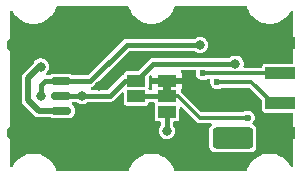
<source format=gbr>
%TF.GenerationSoftware,KiCad,Pcbnew,9.0.1+1*%
%TF.CreationDate,2025-10-15T17:07:22+00:00*%
%TF.ProjectId,TFI2CADC01,54464932-4341-4444-9330-312e6b696361,rev?*%
%TF.SameCoordinates,PX81b3200PY6b49d20*%
%TF.FileFunction,Copper,L2,Bot*%
%TF.FilePolarity,Positive*%
%FSLAX46Y46*%
G04 Gerber Fmt 4.6, Leading zero omitted, Abs format (unit mm)*
G04 Created by KiCad (PCBNEW 9.0.1+1) date 2025-10-15 17:07:22*
%MOMM*%
%LPD*%
G01*
G04 APERTURE LIST*
G04 Aperture macros list*
%AMRoundRect*
0 Rectangle with rounded corners*
0 $1 Rounding radius*
0 $2 $3 $4 $5 $6 $7 $8 $9 X,Y pos of 4 corners*
0 Add a 4 corners polygon primitive as box body*
4,1,4,$2,$3,$4,$5,$6,$7,$8,$9,$2,$3,0*
0 Add four circle primitives for the rounded corners*
1,1,$1+$1,$2,$3*
1,1,$1+$1,$4,$5*
1,1,$1+$1,$6,$7*
1,1,$1+$1,$8,$9*
0 Add four rect primitives between the rounded corners*
20,1,$1+$1,$2,$3,$4,$5,0*
20,1,$1+$1,$4,$5,$6,$7,0*
20,1,$1+$1,$6,$7,$8,$9,0*
20,1,$1+$1,$8,$9,$2,$3,0*%
G04 Aperture macros list end*
%TA.AperFunction,EtchedComponent*%
%ADD10C,0.000000*%
%TD*%
%TA.AperFunction,SMDPad,CuDef*%
%ADD11R,2.510000X1.000000*%
%TD*%
%TA.AperFunction,SMDPad,CuDef*%
%ADD12R,1.500000X1.000000*%
%TD*%
%TA.AperFunction,SMDPad,CuDef*%
%ADD13RoundRect,0.250000X-1.450000X-0.650000X1.450000X-0.650000X1.450000X0.650000X-1.450000X0.650000X0*%
%TD*%
%TA.AperFunction,SMDPad,CuDef*%
%ADD14RoundRect,0.150000X0.700000X-0.150000X0.700000X0.150000X-0.700000X0.150000X-0.700000X-0.150000X0*%
%TD*%
%TA.AperFunction,SMDPad,CuDef*%
%ADD15RoundRect,0.250000X1.100000X-0.250000X1.100000X0.250000X-1.100000X0.250000X-1.100000X-0.250000X0*%
%TD*%
%TA.AperFunction,ViaPad*%
%ADD16C,0.600000*%
%TD*%
%TA.AperFunction,ViaPad*%
%ADD17C,0.800000*%
%TD*%
%TA.AperFunction,Conductor*%
%ADD18C,0.400000*%
%TD*%
%TA.AperFunction,Conductor*%
%ADD19C,0.500000*%
%TD*%
%TA.AperFunction,Conductor*%
%ADD20C,0.300000*%
%TD*%
G04 APERTURE END LIST*
D10*
%TA.AperFunction,EtchedComponent*%
%TO.C,JP1*%
G36*
X14100000Y7260000D02*
G01*
X13500000Y7260000D01*
X13500000Y7760000D01*
X14100000Y7760000D01*
X14100000Y7260000D01*
G37*
%TD.AperFunction*%
%TD*%
D11*
%TO.P,J1,2*%
%TO.N,GND*%
X23400000Y11350000D03*
%TO.P,J1,4*%
%TO.N,/AIN2*%
X23400000Y8810000D03*
%TO.P,J1,6*%
%TO.N,/AIN3*%
X23400000Y6270000D03*
%TO.P,J1,8*%
%TO.N,GND*%
X23400000Y3730000D03*
%TD*%
D12*
%TO.P,JP2,1,A*%
%TO.N,/ADDR*%
X11200000Y6860000D03*
%TO.P,JP2,2,B*%
%TO.N,/SCL*%
X11200000Y8160000D03*
%TD*%
D13*
%TO.P,T1,1,1*%
%TO.N,/ALERT{slash}RDY*%
X19380000Y3310000D03*
%TD*%
D14*
%TO.P,J3,1*%
%TO.N,+5V*%
X4825000Y5625000D03*
%TO.P,J3,2*%
%TO.N,/SCL*%
X4825000Y6875000D03*
%TO.P,J3,3*%
%TO.N,/SDA*%
X4825000Y8125000D03*
%TO.P,J3,4*%
%TO.N,GND*%
X4825000Y9375000D03*
D15*
%TO.P,J3,MP*%
X1625000Y3775000D03*
X1625000Y11225000D03*
%TD*%
D12*
%TO.P,JP1,1,A*%
%TO.N,GND*%
X13800000Y8160000D03*
%TO.P,JP1,2,C*%
%TO.N,/ADDR*%
X13800000Y6860000D03*
%TO.P,JP1,3,B*%
%TO.N,+3V3*%
X13800000Y5560000D03*
%TD*%
D16*
%TO.N,GND*%
X23880000Y10090000D03*
D17*
X1550000Y5150000D03*
X4450000Y13300000D03*
X8050000Y7700000D03*
X18600000Y13900000D03*
X4400000Y1950000D03*
X11557000Y10236200D03*
X1400000Y9800000D03*
D16*
X21050000Y12710000D03*
D17*
X15650000Y3850000D03*
D16*
X22500000Y5060000D03*
D17*
X16200000Y13900000D03*
X12600000Y12450000D03*
D16*
X21070000Y10090000D03*
X10050000Y5900000D03*
D17*
X14800000Y12450000D03*
D16*
X22520000Y2500000D03*
D17*
%TO.N,+3V3*%
X13790000Y3920000D03*
%TO.N,+5V*%
X3125000Y9375000D03*
D16*
%TO.N,/AIN3*%
X18059400Y8051800D03*
%TO.N,/AIN2*%
X16860000Y8810000D03*
D17*
%TO.N,/ALERT{slash}RDY*%
X19380000Y3310000D03*
%TO.N,/SDA*%
X3175000Y6875000D03*
X16592400Y11207600D03*
%TO.N,/SCL*%
X6640000Y6900000D03*
X19600000Y9610000D03*
D16*
%TO.N,/ADDR*%
X20630000Y5050000D03*
%TD*%
D18*
%TO.N,GND*%
X1620000Y11220000D02*
X1625000Y11225000D01*
X1620000Y3780000D02*
X1625000Y3775000D01*
%TO.N,+3V3*%
X13790000Y3920000D02*
X13790000Y5550000D01*
X13790000Y5550000D02*
X13800000Y5560000D01*
D19*
%TO.N,+5V*%
X2975000Y5625000D02*
X4825000Y5625000D01*
X3075000Y9425000D02*
X2075000Y8425000D01*
X3125000Y9375000D02*
X3075000Y9425000D01*
X2075000Y8425000D02*
X2075000Y6525000D01*
X2075000Y6525000D02*
X2975000Y5625000D01*
D20*
%TO.N,/AIN3*%
X22736800Y6270000D02*
X20955000Y8051800D01*
X23400000Y6270000D02*
X22736800Y6270000D01*
X20955000Y8051800D02*
X18059400Y8051800D01*
%TO.N,/AIN2*%
X16860000Y8810000D02*
X23400000Y8810000D01*
D18*
%TO.N,/SDA*%
X3505000Y8125000D02*
X4825000Y8125000D01*
X3175000Y6875000D02*
X3175000Y7795000D01*
X10401800Y11226800D02*
X16573200Y11226800D01*
X7300000Y8125000D02*
X10401800Y11226800D01*
X3175000Y7795000D02*
X3505000Y8125000D01*
X4825000Y8125000D02*
X7300000Y8125000D01*
X16573200Y11226800D02*
X16592400Y11207600D01*
%TO.N,/SCL*%
X6325000Y6875000D02*
X4825000Y6875000D01*
X11165000Y8125000D02*
X11200000Y8160000D01*
X6640000Y6900000D02*
X8957400Y6900000D01*
X8957400Y6900000D02*
X10217400Y8160000D01*
X12650000Y9610000D02*
X19600000Y9610000D01*
X11200000Y8160000D02*
X12650000Y9610000D01*
X10217400Y8160000D02*
X11200000Y8160000D01*
D20*
%TO.N,/ADDR*%
X13800000Y6860000D02*
X14750000Y6860000D01*
X14750000Y6860000D02*
X16560000Y5050000D01*
X16560000Y5050000D02*
X20630000Y5050000D01*
D18*
X11200000Y6860000D02*
X13800000Y6860000D01*
%TD*%
%TA.AperFunction,Conductor*%
%TO.N,GND*%
G36*
X10535699Y14479815D02*
G01*
X10581454Y14427011D01*
X10588062Y14408955D01*
X10610603Y14328504D01*
X10719634Y14077491D01*
X10719633Y14077491D01*
X10861829Y13843659D01*
X11034542Y13631366D01*
X11234560Y13444561D01*
X11458135Y13286745D01*
X11458141Y13286741D01*
X11458143Y13286740D01*
X11701136Y13160831D01*
X11701139Y13160830D01*
X11959004Y13069184D01*
X11959020Y13069179D01*
X12149255Y13029649D01*
X12226960Y13013502D01*
X12226961Y13013501D01*
X12244441Y13012306D01*
X12500000Y12994825D01*
X12773038Y13013501D01*
X12893620Y13038559D01*
X13040979Y13069179D01*
X13040985Y13069182D01*
X13040990Y13069182D01*
X13298864Y13160831D01*
X13541857Y13286740D01*
X13765442Y13444563D01*
X13965454Y13631362D01*
X14138168Y13843655D01*
X14280365Y14077489D01*
X14286226Y14090981D01*
X14389396Y14328504D01*
X14389398Y14328508D01*
X14411938Y14408956D01*
X14448980Y14468197D01*
X14512170Y14498009D01*
X14531340Y14499500D01*
X20468660Y14499500D01*
X20535699Y14479815D01*
X20581454Y14427011D01*
X20588062Y14408955D01*
X20610603Y14328504D01*
X20719634Y14077491D01*
X20719633Y14077491D01*
X20861829Y13843659D01*
X21034542Y13631366D01*
X21234560Y13444561D01*
X21458135Y13286745D01*
X21458141Y13286741D01*
X21458143Y13286740D01*
X21701136Y13160831D01*
X21701139Y13160830D01*
X21959004Y13069184D01*
X21959020Y13069179D01*
X22149255Y13029649D01*
X22226960Y13013502D01*
X22226961Y13013501D01*
X22244441Y13012306D01*
X22500000Y12994825D01*
X22773038Y13013501D01*
X22893620Y13038559D01*
X23040979Y13069179D01*
X23040985Y13069182D01*
X23040990Y13069182D01*
X23298864Y13160831D01*
X23541857Y13286740D01*
X23765442Y13444563D01*
X23965454Y13631362D01*
X24138168Y13843655D01*
X24269552Y14059709D01*
X24321203Y14106760D01*
X24390093Y14118418D01*
X24454350Y14090981D01*
X24493573Y14033159D01*
X24499500Y13995280D01*
X24499500Y9734500D01*
X24479815Y9667461D01*
X24427011Y9621706D01*
X24375500Y9610500D01*
X22100143Y9610500D01*
X22100117Y9610498D01*
X22075012Y9607587D01*
X22075008Y9607585D01*
X21972235Y9562207D01*
X21892794Y9482766D01*
X21847415Y9379994D01*
X21847415Y9379992D01*
X21846280Y9370208D01*
X21818999Y9305884D01*
X21761273Y9266520D01*
X21723106Y9260500D01*
X20395798Y9260500D01*
X20328759Y9280185D01*
X20283004Y9332989D01*
X20273060Y9402147D01*
X20274181Y9408692D01*
X20300500Y9541005D01*
X20300500Y9678996D01*
X20273581Y9814323D01*
X20273580Y9814324D01*
X20273580Y9814328D01*
X20270590Y9821546D01*
X20220778Y9941805D01*
X20220771Y9941818D01*
X20144114Y10056542D01*
X20144111Y10056546D01*
X20046545Y10154112D01*
X20046541Y10154115D01*
X19931817Y10230772D01*
X19931804Y10230779D01*
X19804332Y10283579D01*
X19804322Y10283582D01*
X19668995Y10310500D01*
X19668993Y10310500D01*
X19531007Y10310500D01*
X19531005Y10310500D01*
X19395677Y10283582D01*
X19395667Y10283579D01*
X19268195Y10230779D01*
X19268182Y10230772D01*
X19153458Y10154115D01*
X19153454Y10154112D01*
X19146162Y10146819D01*
X19084839Y10113334D01*
X19058481Y10110500D01*
X12584108Y10110500D01*
X12456812Y10076392D01*
X12342686Y10010500D01*
X12342683Y10010498D01*
X11329003Y8996819D01*
X11267680Y8963334D01*
X11241322Y8960500D01*
X10405143Y8960500D01*
X10405117Y8960498D01*
X10380012Y8957587D01*
X10380008Y8957585D01*
X10277235Y8912207D01*
X10197794Y8832766D01*
X10152414Y8729990D01*
X10150804Y8724072D01*
X10114209Y8664552D01*
X10063250Y8636853D01*
X10024216Y8626393D01*
X10024214Y8626393D01*
X9910086Y8560500D01*
X9910083Y8560498D01*
X8786405Y7436819D01*
X8725082Y7403334D01*
X8698724Y7400500D01*
X7471786Y7400500D01*
X7404747Y7420185D01*
X7358992Y7472989D01*
X7349048Y7542147D01*
X7378073Y7605703D01*
X7436851Y7643477D01*
X7439671Y7644270D01*
X7493186Y7658608D01*
X7607314Y7724500D01*
X10572795Y10689981D01*
X10634118Y10723466D01*
X10660476Y10726300D01*
X16031681Y10726300D01*
X16098720Y10706615D01*
X16119362Y10689981D01*
X16145854Y10663489D01*
X16145858Y10663486D01*
X16260582Y10586829D01*
X16260595Y10586822D01*
X16388067Y10534022D01*
X16388072Y10534020D01*
X16388076Y10534020D01*
X16388077Y10534019D01*
X16523404Y10507100D01*
X16523407Y10507100D01*
X16661395Y10507100D01*
X16752441Y10525211D01*
X16796728Y10534020D01*
X16924211Y10586825D01*
X17038942Y10663486D01*
X17136514Y10761058D01*
X17213175Y10875789D01*
X17265980Y11003272D01*
X17292900Y11138607D01*
X17292900Y11276593D01*
X17292900Y11276596D01*
X17265981Y11411923D01*
X17265980Y11411924D01*
X17265980Y11411928D01*
X17265978Y11411933D01*
X17213178Y11539405D01*
X17213171Y11539418D01*
X17136514Y11654142D01*
X17136511Y11654146D01*
X17038945Y11751712D01*
X17038941Y11751715D01*
X16924217Y11828372D01*
X16924204Y11828379D01*
X16796732Y11881179D01*
X16796722Y11881182D01*
X16661395Y11908100D01*
X16661393Y11908100D01*
X16523407Y11908100D01*
X16523405Y11908100D01*
X16388077Y11881182D01*
X16388067Y11881179D01*
X16260595Y11828379D01*
X16260582Y11828372D01*
X16140793Y11748330D01*
X16139220Y11750685D01*
X16086037Y11728127D01*
X16071741Y11727300D01*
X10335908Y11727300D01*
X10208612Y11693192D01*
X10094486Y11627300D01*
X10094483Y11627298D01*
X7129005Y8661819D01*
X7067682Y8628334D01*
X7041324Y8625500D01*
X5849540Y8625500D01*
X5782501Y8645185D01*
X5775907Y8649730D01*
X5737886Y8677791D01*
X5737880Y8677794D01*
X5609700Y8722647D01*
X5579270Y8725500D01*
X5579266Y8725500D01*
X4070734Y8725500D01*
X4070730Y8725500D01*
X4040300Y8722647D01*
X4040298Y8722647D01*
X3912119Y8677794D01*
X3912113Y8677791D01*
X3874093Y8649730D01*
X3853680Y8642275D01*
X3835395Y8630523D01*
X3812490Y8627230D01*
X3808464Y8625759D01*
X3800460Y8625500D01*
X3665519Y8625500D01*
X3598480Y8645185D01*
X3552725Y8697989D01*
X3542781Y8767147D01*
X3571806Y8830703D01*
X3577838Y8837181D01*
X3669111Y8928455D01*
X3669114Y8928458D01*
X3745775Y9043189D01*
X3798580Y9170672D01*
X3816448Y9260500D01*
X3825500Y9306005D01*
X3825500Y9443996D01*
X3798581Y9579323D01*
X3798580Y9579324D01*
X3798580Y9579328D01*
X3781027Y9621706D01*
X3745778Y9706805D01*
X3745771Y9706818D01*
X3669114Y9821542D01*
X3669111Y9821546D01*
X3571545Y9919112D01*
X3571541Y9919115D01*
X3456817Y9995772D01*
X3456804Y9995779D01*
X3329332Y10048579D01*
X3329322Y10048582D01*
X3193995Y10075500D01*
X3193993Y10075500D01*
X3056007Y10075500D01*
X3056005Y10075500D01*
X2920677Y10048582D01*
X2920667Y10048579D01*
X2793195Y9995779D01*
X2793182Y9995772D01*
X2678458Y9919115D01*
X2678454Y9919112D01*
X2580888Y9821546D01*
X2580882Y9821538D01*
X2504226Y9706814D01*
X2504225Y9706813D01*
X2461293Y9603167D01*
X2434413Y9562940D01*
X1634491Y8763017D01*
X1634489Y8763014D01*
X1575305Y8660502D01*
X1575304Y8660503D01*
X1562017Y8637487D01*
X1562016Y8637485D01*
X1524500Y8497475D01*
X1524500Y6597474D01*
X1524500Y6452526D01*
X1562016Y6312515D01*
X1634490Y6186985D01*
X2636985Y5184490D01*
X2732999Y5129057D01*
X2762515Y5112016D01*
X2902525Y5074500D01*
X3884496Y5074500D01*
X3925451Y5067541D01*
X4040298Y5027355D01*
X4040300Y5027354D01*
X4070730Y5024500D01*
X4070734Y5024500D01*
X5579270Y5024500D01*
X5609699Y5027354D01*
X5609701Y5027354D01*
X5673790Y5049781D01*
X5737882Y5072207D01*
X5847150Y5152850D01*
X5927793Y5262118D01*
X5956970Y5345501D01*
X5972646Y5390299D01*
X5972646Y5390301D01*
X5975500Y5420731D01*
X5975500Y5829270D01*
X5972646Y5859700D01*
X5972646Y5859702D01*
X5927793Y5987881D01*
X5927792Y5987883D01*
X5847150Y6097150D01*
X5802363Y6130204D01*
X5775228Y6150231D01*
X5758708Y6171989D01*
X5739551Y6191460D01*
X5737889Y6199410D01*
X5732977Y6205879D01*
X5730842Y6233118D01*
X5725254Y6259852D01*
X5728153Y6267438D01*
X5727519Y6275535D01*
X5740448Y6299600D01*
X5750202Y6325116D01*
X5758591Y6333371D01*
X5760587Y6337084D01*
X5775349Y6349860D01*
X5776039Y6350369D01*
X5841699Y6374252D01*
X5849540Y6374500D01*
X6127985Y6374500D01*
X6195024Y6354815D01*
X6196876Y6353602D01*
X6308182Y6279229D01*
X6308195Y6279222D01*
X6435667Y6226422D01*
X6435672Y6226420D01*
X6435676Y6226420D01*
X6435677Y6226419D01*
X6571004Y6199500D01*
X6571007Y6199500D01*
X6708995Y6199500D01*
X6800041Y6217611D01*
X6844328Y6226420D01*
X6971811Y6279225D01*
X7086542Y6355886D01*
X7090156Y6359500D01*
X7093838Y6363181D01*
X7155161Y6396666D01*
X7181519Y6399500D01*
X9023290Y6399500D01*
X9023292Y6399500D01*
X9150586Y6433608D01*
X9264714Y6499500D01*
X9937821Y7172609D01*
X9999142Y7206092D01*
X10068833Y7201108D01*
X10124767Y7159237D01*
X10149184Y7093772D01*
X10149500Y7084926D01*
X10149500Y6315144D01*
X10149502Y6315118D01*
X10152413Y6290013D01*
X10152415Y6290009D01*
X10197793Y6187236D01*
X10197794Y6187235D01*
X10277235Y6107794D01*
X10380009Y6062415D01*
X10405135Y6059500D01*
X11994864Y6059501D01*
X11994879Y6059503D01*
X11994882Y6059503D01*
X12019987Y6062414D01*
X12019988Y6062415D01*
X12019991Y6062415D01*
X12122765Y6107794D01*
X12202206Y6187235D01*
X12231785Y6254225D01*
X12245633Y6285587D01*
X12290719Y6338963D01*
X12357505Y6359490D01*
X12359067Y6359500D01*
X12640934Y6359500D01*
X12658775Y6354261D01*
X12677369Y6354026D01*
X12691604Y6344622D01*
X12707973Y6339815D01*
X12720148Y6325765D01*
X12735665Y6315513D01*
X12752829Y6288048D01*
X12753728Y6287011D01*
X12754338Y6285653D01*
X12757175Y6279229D01*
X12765628Y6260084D01*
X12774697Y6190805D01*
X12765628Y6159917D01*
X12752415Y6129992D01*
X12749500Y6104869D01*
X12749500Y5015144D01*
X12749502Y5015118D01*
X12752413Y4990013D01*
X12752415Y4990009D01*
X12797793Y4887236D01*
X12797794Y4887235D01*
X12877235Y4807794D01*
X12980009Y4762415D01*
X13005135Y4759500D01*
X13165500Y4759501D01*
X13174185Y4756951D01*
X13183147Y4758239D01*
X13207184Y4747262D01*
X13232539Y4739817D01*
X13238467Y4732975D01*
X13246703Y4729214D01*
X13260989Y4706983D01*
X13278294Y4687013D01*
X13280581Y4676498D01*
X13284477Y4670436D01*
X13289500Y4635501D01*
X13289500Y4461519D01*
X13269815Y4394480D01*
X13253181Y4373838D01*
X13245888Y4366546D01*
X13245885Y4366542D01*
X13169228Y4251818D01*
X13169221Y4251805D01*
X13116421Y4124333D01*
X13116418Y4124323D01*
X13089500Y3988996D01*
X13089500Y3988993D01*
X13089500Y3851007D01*
X13089500Y3851005D01*
X13089499Y3851005D01*
X13116418Y3715678D01*
X13116421Y3715668D01*
X13169221Y3588196D01*
X13169228Y3588183D01*
X13245885Y3473459D01*
X13245888Y3473455D01*
X13343454Y3375889D01*
X13343458Y3375886D01*
X13458182Y3299229D01*
X13458195Y3299222D01*
X13585667Y3246422D01*
X13585672Y3246420D01*
X13585676Y3246420D01*
X13585677Y3246419D01*
X13721004Y3219500D01*
X13721007Y3219500D01*
X13858995Y3219500D01*
X13950041Y3237611D01*
X13994328Y3246420D01*
X14121811Y3299225D01*
X14236542Y3375886D01*
X14334114Y3473458D01*
X14410775Y3588189D01*
X14463580Y3715672D01*
X14490500Y3851007D01*
X14490500Y3988993D01*
X14490500Y3988996D01*
X14463581Y4124323D01*
X14463580Y4124324D01*
X14463580Y4124328D01*
X14463578Y4124333D01*
X14410778Y4251805D01*
X14410771Y4251818D01*
X14334114Y4366542D01*
X14334111Y4366546D01*
X14326819Y4373838D01*
X14312115Y4400766D01*
X14295523Y4426584D01*
X14294631Y4432785D01*
X14293334Y4435161D01*
X14290500Y4461519D01*
X14290500Y4635501D01*
X14310185Y4702540D01*
X14362989Y4748295D01*
X14414500Y4759501D01*
X14594856Y4759501D01*
X14594864Y4759501D01*
X14594879Y4759503D01*
X14594882Y4759503D01*
X14619987Y4762414D01*
X14619988Y4762415D01*
X14619991Y4762415D01*
X14722765Y4807794D01*
X14802206Y4887235D01*
X14847585Y4990009D01*
X14850500Y5015135D01*
X14850499Y5823037D01*
X14870183Y5890075D01*
X14922987Y5935830D01*
X14992146Y5945774D01*
X15055702Y5916749D01*
X15062180Y5910717D01*
X16283387Y4689510D01*
X16283389Y4689509D01*
X16283393Y4689506D01*
X16316424Y4670436D01*
X16386114Y4630201D01*
X16500691Y4599500D01*
X17493503Y4599500D01*
X17560542Y4579815D01*
X17606297Y4527011D01*
X17616241Y4457853D01*
X17587216Y4394297D01*
X17568428Y4376696D01*
X17537077Y4352923D01*
X17445639Y4232344D01*
X17390122Y4091562D01*
X17384188Y4042147D01*
X17379500Y4003102D01*
X17379500Y2616898D01*
X17385126Y2570046D01*
X17390122Y2528439D01*
X17445639Y2387657D01*
X17537077Y2267078D01*
X17657656Y2175640D01*
X17657657Y2175640D01*
X17657658Y2175639D01*
X17798436Y2120123D01*
X17886898Y2109500D01*
X17886903Y2109500D01*
X20873097Y2109500D01*
X20873102Y2109500D01*
X20961564Y2120123D01*
X21102342Y2175639D01*
X21222922Y2267078D01*
X21314361Y2387658D01*
X21369877Y2528436D01*
X21380500Y2616898D01*
X21380500Y4003102D01*
X21369877Y4091564D01*
X21314361Y4232342D01*
X21314360Y4232343D01*
X21314360Y4232344D01*
X21222922Y4352923D01*
X21102337Y4444365D01*
X21098448Y4446552D01*
X21095593Y4449480D01*
X21095584Y4449486D01*
X21095585Y4449488D01*
X21049664Y4496570D01*
X21035666Y4565024D01*
X21060899Y4630178D01*
X21071542Y4642307D01*
X21110520Y4681284D01*
X21189577Y4818216D01*
X21230500Y4970943D01*
X21230500Y5129057D01*
X21189577Y5281784D01*
X21189573Y5281791D01*
X21110524Y5418710D01*
X21110518Y5418718D01*
X20998717Y5530519D01*
X20998709Y5530525D01*
X20861790Y5609574D01*
X20861786Y5609576D01*
X20861784Y5609577D01*
X20709057Y5650500D01*
X20550943Y5650500D01*
X20398216Y5609577D01*
X20398209Y5609574D01*
X20261290Y5530525D01*
X20255557Y5526125D01*
X20190388Y5500930D01*
X20180069Y5500500D01*
X16797965Y5500500D01*
X16730926Y5520185D01*
X16710284Y5536819D01*
X15026616Y7220487D01*
X15026610Y7220492D01*
X15021188Y7223622D01*
X14972974Y7274191D01*
X14959754Y7342799D01*
X14983927Y7405321D01*
X14993354Y7417914D01*
X15043596Y7552621D01*
X15043598Y7552628D01*
X15049999Y7612156D01*
X15050000Y7612173D01*
X15050000Y7910000D01*
X12550000Y7910000D01*
X12550000Y7612156D01*
X12556401Y7552628D01*
X12556403Y7552618D01*
X12565648Y7527832D01*
X12567836Y7497226D01*
X12572204Y7466853D01*
X12570306Y7462698D01*
X12570632Y7458141D01*
X12555928Y7431214D01*
X12543179Y7403297D01*
X12539334Y7400827D01*
X12537146Y7396818D01*
X12510219Y7382116D01*
X12484401Y7365523D01*
X12478198Y7364632D01*
X12475823Y7363334D01*
X12449466Y7360500D01*
X12359066Y7360500D01*
X12292027Y7380185D01*
X12246272Y7432989D01*
X12245663Y7434342D01*
X12234371Y7459916D01*
X12225301Y7529194D01*
X12234374Y7560088D01*
X12247584Y7590005D01*
X12247584Y7590006D01*
X12247584Y7590007D01*
X12247585Y7590009D01*
X12250500Y7615135D01*
X12250499Y8451326D01*
X12259145Y8480772D01*
X12265667Y8510752D01*
X12269419Y8515766D01*
X12270183Y8518364D01*
X12286813Y8539001D01*
X12338321Y8590509D01*
X12399642Y8623992D01*
X12469334Y8619008D01*
X12525267Y8577136D01*
X12549684Y8511672D01*
X12550000Y8502826D01*
X12550000Y8410000D01*
X15050000Y8410000D01*
X15050000Y8707828D01*
X15049999Y8707845D01*
X15043598Y8767373D01*
X15043596Y8767380D01*
X14993354Y8902087D01*
X14993353Y8902089D01*
X14986540Y8911190D01*
X14962124Y8976655D01*
X14976976Y9044928D01*
X15026382Y9094333D01*
X15085808Y9109500D01*
X16156968Y9109500D01*
X16224007Y9089815D01*
X16269762Y9037011D01*
X16279706Y8967853D01*
X16276745Y8953419D01*
X16259500Y8889057D01*
X16259500Y8730943D01*
X16288158Y8623992D01*
X16300423Y8578217D01*
X16300426Y8578210D01*
X16379475Y8441291D01*
X16379479Y8441286D01*
X16379480Y8441284D01*
X16491284Y8329480D01*
X16491286Y8329479D01*
X16491290Y8329476D01*
X16564843Y8287011D01*
X16628216Y8250423D01*
X16780943Y8209500D01*
X16780945Y8209500D01*
X16939055Y8209500D01*
X16939057Y8209500D01*
X17091784Y8250423D01*
X17228716Y8329480D01*
X17228721Y8329486D01*
X17234443Y8333875D01*
X17255765Y8342119D01*
X17274996Y8354477D01*
X17295272Y8357393D01*
X17299612Y8359070D01*
X17309931Y8359500D01*
X17358565Y8359500D01*
X17425604Y8339815D01*
X17471359Y8287011D01*
X17481303Y8217853D01*
X17478341Y8203413D01*
X17458900Y8130857D01*
X17458900Y7972743D01*
X17488871Y7860892D01*
X17499823Y7820017D01*
X17499826Y7820010D01*
X17578875Y7683091D01*
X17578879Y7683086D01*
X17578880Y7683084D01*
X17690684Y7571280D01*
X17690686Y7571279D01*
X17690690Y7571276D01*
X17771710Y7524500D01*
X17827616Y7492223D01*
X17980343Y7451300D01*
X17980345Y7451300D01*
X18138455Y7451300D01*
X18138457Y7451300D01*
X18291184Y7492223D01*
X18428116Y7571280D01*
X18428121Y7571286D01*
X18433843Y7575675D01*
X18499012Y7600870D01*
X18509331Y7601300D01*
X20717035Y7601300D01*
X20784074Y7581615D01*
X20804716Y7564981D01*
X21808181Y6561516D01*
X21841666Y6500193D01*
X21844500Y6473835D01*
X21844500Y5725144D01*
X21844502Y5725118D01*
X21847413Y5700013D01*
X21847415Y5700009D01*
X21892793Y5597236D01*
X21892794Y5597235D01*
X21972235Y5517794D01*
X22075009Y5472415D01*
X22100135Y5469500D01*
X24375500Y5469501D01*
X24442539Y5449816D01*
X24488294Y5397013D01*
X24499500Y5345501D01*
X24499500Y1004721D01*
X24479815Y937682D01*
X24427011Y891927D01*
X24357853Y881983D01*
X24294297Y911008D01*
X24269552Y940293D01*
X24138170Y1156342D01*
X23965457Y1368635D01*
X23765439Y1555440D01*
X23541864Y1713256D01*
X23541858Y1713260D01*
X23298860Y1839171D01*
X23040995Y1930817D01*
X23040979Y1930822D01*
X22773040Y1986499D01*
X22773038Y1986500D01*
X22500000Y2005175D01*
X22226961Y1986500D01*
X22226959Y1986499D01*
X21959020Y1930822D01*
X21959004Y1930817D01*
X21701139Y1839171D01*
X21458141Y1713260D01*
X21458135Y1713256D01*
X21234560Y1555440D01*
X21034542Y1368635D01*
X20861829Y1156342D01*
X20719633Y922510D01*
X20610603Y671497D01*
X20588062Y591045D01*
X20551020Y531803D01*
X20487830Y501991D01*
X20468660Y500500D01*
X14531340Y500500D01*
X14464301Y520185D01*
X14418546Y572989D01*
X14411938Y591045D01*
X14389398Y671492D01*
X14280365Y922510D01*
X14280366Y922510D01*
X14138170Y1156342D01*
X13965457Y1368635D01*
X13765439Y1555440D01*
X13541864Y1713256D01*
X13541858Y1713260D01*
X13298860Y1839171D01*
X13040995Y1930817D01*
X13040979Y1930822D01*
X12773040Y1986499D01*
X12773038Y1986500D01*
X12500000Y2005175D01*
X12226961Y1986500D01*
X12226959Y1986499D01*
X11959020Y1930822D01*
X11959004Y1930817D01*
X11701139Y1839171D01*
X11458141Y1713260D01*
X11458135Y1713256D01*
X11234560Y1555440D01*
X11034542Y1368635D01*
X10861829Y1156342D01*
X10719633Y922510D01*
X10610603Y671497D01*
X10588062Y591045D01*
X10551020Y531803D01*
X10487830Y501991D01*
X10468660Y500500D01*
X4531340Y500500D01*
X4464301Y520185D01*
X4418546Y572989D01*
X4411938Y591045D01*
X4389398Y671492D01*
X4280365Y922510D01*
X4280366Y922510D01*
X4138170Y1156342D01*
X3965457Y1368635D01*
X3765439Y1555440D01*
X3541864Y1713256D01*
X3541858Y1713260D01*
X3298860Y1839171D01*
X3040995Y1930817D01*
X3040979Y1930822D01*
X2773040Y1986499D01*
X2773038Y1986500D01*
X2500000Y2005175D01*
X2226961Y1986500D01*
X2226959Y1986499D01*
X1959020Y1930822D01*
X1959004Y1930817D01*
X1701139Y1839171D01*
X1458141Y1713260D01*
X1458135Y1713256D01*
X1234560Y1555440D01*
X1034542Y1368635D01*
X861829Y1156342D01*
X730448Y940293D01*
X678797Y893241D01*
X609906Y881583D01*
X545650Y909020D01*
X506427Y966842D01*
X500500Y1004721D01*
X500500Y13995280D01*
X520185Y14062319D01*
X572989Y14108074D01*
X642147Y14118018D01*
X705703Y14088993D01*
X730448Y14059708D01*
X861829Y13843659D01*
X1034542Y13631366D01*
X1234560Y13444561D01*
X1458135Y13286745D01*
X1458141Y13286741D01*
X1458143Y13286740D01*
X1701136Y13160831D01*
X1701139Y13160830D01*
X1959004Y13069184D01*
X1959020Y13069179D01*
X2149255Y13029649D01*
X2226960Y13013502D01*
X2226961Y13013501D01*
X2244441Y13012306D01*
X2500000Y12994825D01*
X2773038Y13013501D01*
X2893620Y13038559D01*
X3040979Y13069179D01*
X3040985Y13069182D01*
X3040990Y13069182D01*
X3298864Y13160831D01*
X3541857Y13286740D01*
X3765442Y13444563D01*
X3965454Y13631362D01*
X4138168Y13843655D01*
X4280365Y14077489D01*
X4286226Y14090981D01*
X4389396Y14328504D01*
X4389398Y14328508D01*
X4411938Y14408956D01*
X4448980Y14468197D01*
X4512170Y14498009D01*
X4531340Y14499500D01*
X10468660Y14499500D01*
X10535699Y14479815D01*
G37*
%TD.AperFunction*%
%TD*%
M02*

</source>
